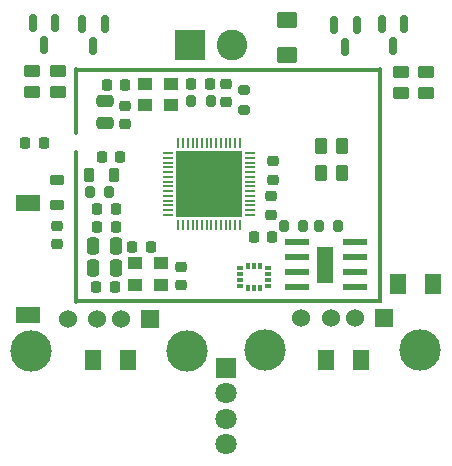
<source format=gbr>
%TF.GenerationSoftware,KiCad,Pcbnew,7.0.2*%
%TF.CreationDate,2023-05-17T08:13:23+02:00*%
%TF.ProjectId,5V DC Smart Socket,35562044-4320-4536-9d61-727420536f63,rev?*%
%TF.SameCoordinates,Original*%
%TF.FileFunction,Soldermask,Top*%
%TF.FilePolarity,Negative*%
%FSLAX46Y46*%
G04 Gerber Fmt 4.6, Leading zero omitted, Abs format (unit mm)*
G04 Created by KiCad (PCBNEW 7.0.2) date 2023-05-17 08:13:23*
%MOMM*%
%LPD*%
G01*
G04 APERTURE LIST*
G04 Aperture macros list*
%AMRoundRect*
0 Rectangle with rounded corners*
0 $1 Rounding radius*
0 $2 $3 $4 $5 $6 $7 $8 $9 X,Y pos of 4 corners*
0 Add a 4 corners polygon primitive as box body*
4,1,4,$2,$3,$4,$5,$6,$7,$8,$9,$2,$3,0*
0 Add four circle primitives for the rounded corners*
1,1,$1+$1,$2,$3*
1,1,$1+$1,$4,$5*
1,1,$1+$1,$6,$7*
1,1,$1+$1,$8,$9*
0 Add four rect primitives between the rounded corners*
20,1,$1+$1,$2,$3,$4,$5,0*
20,1,$1+$1,$4,$5,$6,$7,0*
20,1,$1+$1,$6,$7,$8,$9,0*
20,1,$1+$1,$8,$9,$2,$3,0*%
G04 Aperture macros list end*
%ADD10RoundRect,0.050000X-0.387500X-0.050000X0.387500X-0.050000X0.387500X0.050000X-0.387500X0.050000X0*%
%ADD11RoundRect,0.050000X-0.050000X-0.387500X0.050000X-0.387500X0.050000X0.387500X-0.050000X0.387500X0*%
%ADD12R,5.600000X5.600000*%
%ADD13RoundRect,0.250001X-0.462499X-0.624999X0.462499X-0.624999X0.462499X0.624999X-0.462499X0.624999X0*%
%ADD14RoundRect,0.250000X-0.250000X-0.475000X0.250000X-0.475000X0.250000X0.475000X-0.250000X0.475000X0*%
%ADD15RoundRect,0.225000X-0.225000X-0.250000X0.225000X-0.250000X0.225000X0.250000X-0.225000X0.250000X0*%
%ADD16RoundRect,0.150000X-0.150000X0.587500X-0.150000X-0.587500X0.150000X-0.587500X0.150000X0.587500X0*%
%ADD17RoundRect,0.200000X0.200000X0.275000X-0.200000X0.275000X-0.200000X-0.275000X0.200000X-0.275000X0*%
%ADD18RoundRect,0.225000X0.250000X-0.225000X0.250000X0.225000X-0.250000X0.225000X-0.250000X-0.225000X0*%
%ADD19RoundRect,0.225000X0.225000X0.250000X-0.225000X0.250000X-0.225000X-0.250000X0.225000X-0.250000X0*%
%ADD20RoundRect,0.250001X0.624999X-0.462499X0.624999X0.462499X-0.624999X0.462499X-0.624999X-0.462499X0*%
%ADD21RoundRect,0.200000X-0.200000X-0.275000X0.200000X-0.275000X0.200000X0.275000X-0.200000X0.275000X0*%
%ADD22R,0.580000X0.350000*%
%ADD23R,0.350000X0.580000*%
%ADD24RoundRect,0.225000X-0.250000X0.225000X-0.250000X-0.225000X0.250000X-0.225000X0.250000X0.225000X0*%
%ADD25R,1.300000X1.000000*%
%ADD26RoundRect,0.218750X-0.381250X0.218750X-0.381250X-0.218750X0.381250X-0.218750X0.381250X0.218750X0*%
%ADD27RoundRect,0.250000X-0.262500X-0.450000X0.262500X-0.450000X0.262500X0.450000X-0.262500X0.450000X0*%
%ADD28RoundRect,0.250000X0.450000X-0.262500X0.450000X0.262500X-0.450000X0.262500X-0.450000X-0.262500X0*%
%ADD29R,2.100000X1.400000*%
%ADD30RoundRect,0.250000X-0.475000X0.250000X-0.475000X-0.250000X0.475000X-0.250000X0.475000X0.250000X0*%
%ADD31RoundRect,0.041300X0.948700X0.253700X-0.948700X0.253700X-0.948700X-0.253700X0.948700X-0.253700X0*%
%ADD32RoundRect,0.098350X0.604150X1.437900X-0.604150X1.437900X-0.604150X-1.437900X0.604150X-1.437900X0*%
%ADD33RoundRect,0.218750X-0.218750X-0.381250X0.218750X-0.381250X0.218750X0.381250X-0.218750X0.381250X0*%
%ADD34RoundRect,0.100000X0.100000X-2.750000X0.100000X2.750000X-0.100000X2.750000X-0.100000X-2.750000X0*%
%ADD35RoundRect,0.100000X0.100000X-6.400000X0.100000X6.400000X-0.100000X6.400000X-0.100000X-6.400000X0*%
%ADD36RoundRect,0.102500X-12.887500X-0.102500X12.887500X-0.102500X12.887500X0.102500X-12.887500X0.102500X0*%
%ADD37RoundRect,0.097500X-12.887500X-0.097500X12.887500X-0.097500X12.887500X0.097500X-12.887500X0.097500X0*%
%ADD38RoundRect,0.102500X0.102500X-9.867500X0.102500X9.867500X-0.102500X9.867500X-0.102500X-9.867500X0*%
%ADD39RoundRect,0.200000X-0.275000X0.200000X-0.275000X-0.200000X0.275000X-0.200000X0.275000X0.200000X0*%
%ADD40R,1.524000X1.524000*%
%ADD41C,1.524000*%
%ADD42C,3.500000*%
%ADD43R,1.800000X1.800000*%
%ADD44C,1.800000*%
%ADD45R,2.600000X2.600000*%
%ADD46C,2.600000*%
G04 APERTURE END LIST*
D10*
%TO.C,ESP32S1*%
X163021250Y-71300000D03*
X163021250Y-71700000D03*
X163021250Y-72100000D03*
X163021250Y-72500000D03*
X163021250Y-72900000D03*
X163021250Y-73300000D03*
X163021250Y-73700000D03*
X163021250Y-74100000D03*
X163021250Y-74500000D03*
X163021250Y-74900000D03*
X163021250Y-75300000D03*
X163021250Y-75700000D03*
X163021250Y-76100000D03*
X163021250Y-76500000D03*
D11*
X163858750Y-77337500D03*
X164258750Y-77337500D03*
X164658750Y-77337500D03*
X165058750Y-77337500D03*
X165458750Y-77337500D03*
X165858750Y-77337500D03*
X166258750Y-77337500D03*
X166658750Y-77337500D03*
X167058750Y-77337500D03*
X167458750Y-77337500D03*
X167858750Y-77337500D03*
X168258750Y-77337500D03*
X168658750Y-77337500D03*
X169058750Y-77337500D03*
D10*
X169896250Y-76500000D03*
X169896250Y-76100000D03*
X169896250Y-75700000D03*
X169896250Y-75300000D03*
X169896250Y-74900000D03*
X169896250Y-74500000D03*
X169896250Y-74100000D03*
X169896250Y-73700000D03*
X169896250Y-73300000D03*
X169896250Y-72900000D03*
X169896250Y-72500000D03*
X169896250Y-72100000D03*
X169896250Y-71700000D03*
X169896250Y-71300000D03*
D11*
X169058750Y-70462500D03*
X168658750Y-70462500D03*
X168258750Y-70462500D03*
X167858750Y-70462500D03*
X167458750Y-70462500D03*
X167058750Y-70462500D03*
X166658750Y-70462500D03*
X166258750Y-70462500D03*
X165858750Y-70462500D03*
X165458750Y-70462500D03*
X165058750Y-70462500D03*
X164658750Y-70462500D03*
X164258750Y-70462500D03*
X163858750Y-70462500D03*
D12*
X166458750Y-73900000D03*
%TD*%
D13*
%TO.C,F1*%
X176342500Y-88770000D03*
X179317500Y-88770000D03*
%TD*%
D14*
%TO.C,E2C2*%
X156648750Y-81010000D03*
X158548750Y-81010000D03*
%TD*%
D15*
%TO.C,EC37*%
X150915000Y-70450000D03*
X152465000Y-70450000D03*
%TD*%
%TO.C,EC1*%
X156993750Y-76020000D03*
X158543750Y-76020000D03*
%TD*%
D16*
%TO.C,MTRT1*%
X157610000Y-60337500D03*
X155710000Y-60337500D03*
X156660000Y-62212500D03*
%TD*%
D17*
%TO.C,E2R2*%
X166583750Y-66840000D03*
X164933750Y-66840000D03*
%TD*%
D18*
%TO.C,EC24*%
X171738750Y-76500000D03*
X171738750Y-74950000D03*
%TD*%
D13*
%TO.C,F1*%
X182445000Y-82350000D03*
X185420000Y-82350000D03*
%TD*%
D19*
%TO.C,E2C6*%
X161523750Y-79220000D03*
X159973750Y-79220000D03*
%TD*%
D20*
%TO.C,F1*%
X173040000Y-62957500D03*
X173040000Y-59982500D03*
%TD*%
D21*
%TO.C,ER1*%
X156343750Y-74600000D03*
X157993750Y-74600000D03*
%TD*%
D22*
%TO.C,IMU1*%
X169093750Y-81000000D03*
X169093750Y-81500000D03*
X169093750Y-82000000D03*
X169093750Y-82500000D03*
D23*
X169768750Y-82675000D03*
X170268750Y-82675000D03*
X170768750Y-82675000D03*
D22*
X171443750Y-82500000D03*
X171443750Y-82000000D03*
X171443750Y-81500000D03*
X171443750Y-81000000D03*
D23*
X170768750Y-80825000D03*
X170268750Y-80825000D03*
X169768750Y-80825000D03*
%TD*%
D15*
%TO.C,E2C5*%
X156993750Y-77530000D03*
X158543750Y-77530000D03*
%TD*%
D17*
%TO.C,IDR1*%
X174423750Y-77480000D03*
X172773750Y-77480000D03*
%TD*%
D21*
%TO.C,IDR2*%
X175733750Y-77470000D03*
X177383750Y-77470000D03*
%TD*%
D24*
%TO.C,E2C3*%
X159328750Y-67275000D03*
X159328750Y-68825000D03*
%TD*%
D19*
%TO.C,E2C7*%
X158923750Y-71620000D03*
X157373750Y-71620000D03*
%TD*%
D25*
%TO.C,E2CY1*%
X162428750Y-80620000D03*
X160228750Y-80620000D03*
X160228750Y-82420000D03*
X162428750Y-82420000D03*
%TD*%
D26*
%TO.C,EL4*%
X153590000Y-73525000D03*
X153590000Y-75650000D03*
%TD*%
D16*
%TO.C,MTRT1*%
X182990000Y-60355000D03*
X181090000Y-60355000D03*
X182040000Y-62230000D03*
%TD*%
D27*
%TO.C,MR2*%
X175927500Y-72940000D03*
X177752500Y-72940000D03*
%TD*%
D16*
%TO.C,MTRT1*%
X153440000Y-60270000D03*
X151540000Y-60270000D03*
X152490000Y-62145000D03*
%TD*%
D18*
%TO.C,E2C9*%
X164068750Y-82445000D03*
X164068750Y-80895000D03*
%TD*%
D27*
%TO.C,MR1*%
X175927500Y-70670000D03*
X177752500Y-70670000D03*
%TD*%
D18*
%TO.C,EC25*%
X171858750Y-73545000D03*
X171858750Y-71995000D03*
%TD*%
D16*
%TO.C,MTRT1*%
X178960000Y-60465000D03*
X177060000Y-60465000D03*
X178010000Y-62340000D03*
%TD*%
D19*
%TO.C,E2C11*%
X159343750Y-65490000D03*
X157793750Y-65490000D03*
%TD*%
D28*
%TO.C,MTRR1*%
X184810000Y-66202500D03*
X184810000Y-64377500D03*
%TD*%
D18*
%TO.C,E2C8*%
X167928750Y-66995000D03*
X167928750Y-65445000D03*
%TD*%
D29*
%TO.C,ANT1*%
X151160000Y-75470000D03*
X151160000Y-84970000D03*
%TD*%
D30*
%TO.C,E2C1*%
X157678750Y-66870000D03*
X157678750Y-68770000D03*
%TD*%
D28*
%TO.C,MTRR1*%
X153660000Y-66142500D03*
X153660000Y-64317500D03*
%TD*%
D25*
%TO.C,E2CY2*%
X161048750Y-67210000D03*
X163248750Y-67210000D03*
X163248750Y-65410000D03*
X161048750Y-65410000D03*
%TD*%
D15*
%TO.C,E2C14*%
X164953750Y-65440000D03*
X166503750Y-65440000D03*
%TD*%
D14*
%TO.C,E2C4*%
X156638750Y-79140000D03*
X158538750Y-79140000D03*
%TD*%
D31*
%TO.C,U1*%
X178808750Y-82615000D03*
X178808750Y-81345000D03*
X178808750Y-80075000D03*
X178808750Y-78805000D03*
X173868750Y-78805000D03*
X173868750Y-80075000D03*
X173868750Y-81345000D03*
X173868750Y-82615000D03*
D32*
X176268750Y-80760000D03*
%TD*%
D19*
%TO.C,E2C10*%
X158473750Y-82630000D03*
X156923750Y-82630000D03*
%TD*%
D33*
%TO.C,E2L1*%
X156326250Y-73100000D03*
X158451250Y-73100000D03*
%TD*%
D15*
%TO.C,IMUC1*%
X170233750Y-78420000D03*
X171783750Y-78420000D03*
%TD*%
D28*
%TO.C,MTRR1*%
X151460000Y-66132500D03*
X151460000Y-64307500D03*
%TD*%
D13*
%TO.C,F1*%
X156642500Y-88800000D03*
X159617500Y-88800000D03*
%TD*%
D34*
%TO.C,REF\u002A\u002A*%
X155160000Y-66915000D03*
D35*
X155180000Y-77505000D03*
D36*
X168130000Y-64270000D03*
D37*
X168135000Y-83800000D03*
D38*
X180935000Y-74025000D03*
%TD*%
D28*
%TO.C,MTRR1*%
X182710000Y-66212500D03*
X182710000Y-64387500D03*
%TD*%
D39*
%TO.C,E2R1*%
X169438750Y-65965000D03*
X169438750Y-67615000D03*
%TD*%
D24*
%TO.C,EC38*%
X153570000Y-77440000D03*
X153570000Y-78990000D03*
%TD*%
D40*
%TO.C,REF\u002A\u002A*%
X161490000Y-85300000D03*
D41*
X158990000Y-85300000D03*
X156990000Y-85300000D03*
X154490000Y-85300000D03*
D42*
X164560000Y-88010000D03*
X151420000Y-88010000D03*
%TD*%
D40*
%TO.C,REF\u002A\u002A*%
X181280000Y-85280000D03*
D41*
X178780000Y-85280000D03*
X176780000Y-85280000D03*
X174280000Y-85280000D03*
D42*
X184350000Y-87990000D03*
X171210000Y-87990000D03*
%TD*%
D43*
%TO.C,REF\u002A\u002A*%
X167910000Y-89460000D03*
D44*
X167910000Y-91619000D03*
X167910000Y-93778000D03*
X167910000Y-95937000D03*
%TD*%
D45*
%TO.C,TEMPMX1*%
X164870000Y-62130000D03*
D46*
X168370000Y-62130000D03*
%TD*%
M02*

</source>
